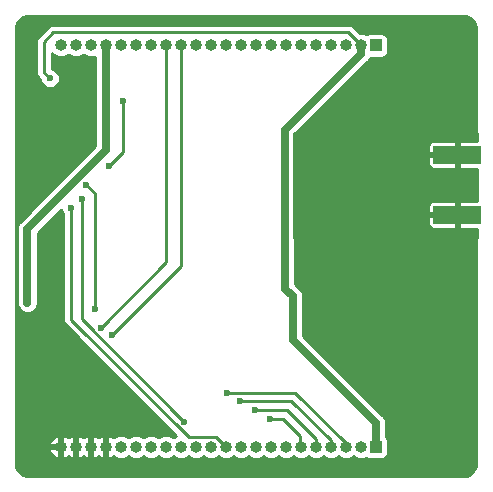
<source format=gbr>
G04 #@! TF.GenerationSoftware,KiCad,Pcbnew,5.99.0-unknown-df3fabf~86~ubuntu18.04.1*
G04 #@! TF.CreationDate,2019-10-25T19:04:55-04:00*
G04 #@! TF.ProjectId,bc95_bc35_module_board,62633935-5f62-4633-9335-5f6d6f64756c,rev?*
G04 #@! TF.SameCoordinates,Original*
G04 #@! TF.FileFunction,Copper,L2,Bot*
G04 #@! TF.FilePolarity,Positive*
%FSLAX46Y46*%
G04 Gerber Fmt 4.6, Leading zero omitted, Abs format (unit mm)*
G04 Created by KiCad (PCBNEW 5.99.0-unknown-df3fabf~86~ubuntu18.04.1) date 2019-10-25 19:04:55*
%MOMM*%
%LPD*%
G04 APERTURE LIST*
%ADD10O,1.000000X1.000000*%
%ADD11R,1.000000X1.000000*%
%ADD12R,4.064000X1.524000*%
%ADD13C,0.600000*%
%ADD14C,0.250000*%
%ADD15C,0.700000*%
%ADD16C,0.254000*%
G04 APERTURE END LIST*
D10*
X134330000Y-117000000D03*
X135600000Y-117000000D03*
X136870000Y-117000000D03*
X138140000Y-117000000D03*
X139410000Y-117000000D03*
X140680000Y-117000000D03*
X141950000Y-117000000D03*
X143220000Y-117000000D03*
X144490000Y-117000000D03*
X145760000Y-117000000D03*
X147030000Y-117000000D03*
X148300000Y-117000000D03*
X149570000Y-117000000D03*
X150840000Y-117000000D03*
X152110000Y-117000000D03*
X153380000Y-117000000D03*
X154650000Y-117000000D03*
X155920000Y-117000000D03*
X157190000Y-117000000D03*
X158460000Y-117000000D03*
X159730000Y-117000000D03*
D11*
X161000000Y-117000000D03*
D10*
X134330000Y-83000000D03*
X135600000Y-83000000D03*
X136870000Y-83000000D03*
X138140000Y-83000000D03*
X139410000Y-83000000D03*
X140680000Y-83000000D03*
X141950000Y-83000000D03*
X143220000Y-83000000D03*
X144490000Y-83000000D03*
X145760000Y-83000000D03*
X147030000Y-83000000D03*
X148300000Y-83000000D03*
X149570000Y-83000000D03*
X150840000Y-83000000D03*
X152110000Y-83000000D03*
X153380000Y-83000000D03*
X154650000Y-83000000D03*
X155920000Y-83000000D03*
X157190000Y-83000000D03*
X158460000Y-83000000D03*
X159730000Y-83000000D03*
D11*
X161000000Y-83000000D03*
D12*
X167900000Y-97340000D03*
X167900000Y-92260000D03*
D13*
X152000000Y-114600000D03*
X150775000Y-113848415D03*
X149500000Y-113100000D03*
X148400000Y-112400000D03*
X138700000Y-107500000D03*
X137700000Y-106900000D03*
X139600000Y-87700000D03*
X144800000Y-114900000D03*
X138400000Y-93200000D03*
X136100000Y-96000000D03*
X135200000Y-96800000D03*
X136500000Y-94800000D03*
X137200000Y-105300000D03*
X133400000Y-85800000D03*
X131500000Y-104800000D03*
X168500000Y-81500000D03*
X131500000Y-81500000D03*
X131500000Y-118500000D03*
X168500000Y-118500000D03*
X153950000Y-104250000D03*
X158600000Y-93500000D03*
X158400000Y-96100000D03*
X160600000Y-96100000D03*
X161800000Y-96100000D03*
X163000000Y-96100000D03*
X165300000Y-96100000D03*
X160100000Y-93500000D03*
X161600000Y-93500000D03*
X163100000Y-93500000D03*
X164600000Y-93500000D03*
X158600000Y-92600000D03*
X160100000Y-92600000D03*
X161600000Y-92600000D03*
X163100000Y-92600000D03*
X164600000Y-92600000D03*
X158400000Y-97400000D03*
X159900000Y-97400000D03*
X161400000Y-97400000D03*
X162900000Y-97400000D03*
X164400000Y-97400000D03*
X133900000Y-112400000D03*
X141600000Y-115300000D03*
X143900000Y-118600000D03*
X131200000Y-112400000D03*
X132500000Y-107800000D03*
X155900000Y-89400000D03*
X154500000Y-93600000D03*
X154800000Y-95800000D03*
X159100000Y-101700000D03*
X154300000Y-101400000D03*
X159200000Y-110300000D03*
X167400000Y-113800000D03*
X168100000Y-111700000D03*
X145800000Y-118700000D03*
X137800000Y-113700000D03*
X164200000Y-118100000D03*
X163900000Y-109700000D03*
X164000000Y-87600000D03*
X168600000Y-90400000D03*
X167100000Y-90400000D03*
X165600000Y-90400000D03*
X164600000Y-91300000D03*
X164900000Y-98600000D03*
X166300000Y-99200000D03*
X167800000Y-99200000D03*
X169100000Y-99200000D03*
X134100000Y-90200000D03*
X158900000Y-118700000D03*
X151600000Y-118700000D03*
D14*
X153475521Y-113848415D02*
X150775000Y-113848415D01*
X155920000Y-117000000D02*
X155920000Y-116292894D01*
X155920000Y-116292894D02*
X153475521Y-113848415D01*
X154200000Y-112400000D02*
X148400000Y-112400000D01*
X158400000Y-116600000D02*
X154200000Y-112400000D01*
X158460000Y-117000000D02*
X158400000Y-116940000D01*
X158400000Y-116940000D02*
X158400000Y-116600000D01*
X154600000Y-116950000D02*
X154650000Y-117000000D01*
X154600000Y-116050000D02*
X154600000Y-116950000D01*
X152000000Y-114600000D02*
X153150000Y-114600000D01*
X153150000Y-114600000D02*
X154600000Y-116050000D01*
X153850000Y-113100000D02*
X149500000Y-113100000D01*
X157190000Y-117000000D02*
X157190000Y-116440000D01*
X157190000Y-116440000D02*
X153850000Y-113100000D01*
D15*
X153300000Y-90137106D02*
X153300000Y-103600000D01*
X159730000Y-83000000D02*
X159730000Y-83707106D01*
X159730000Y-83707106D02*
X153300000Y-90137106D01*
D14*
X144490000Y-83000000D02*
X144490000Y-101710000D01*
X144490000Y-101710000D02*
X138700000Y-107500000D01*
X143220000Y-83000000D02*
X143220000Y-101380000D01*
X143220000Y-101380000D02*
X137700000Y-106900000D01*
X139600000Y-92000000D02*
X138400000Y-93200000D01*
X139600000Y-87700000D02*
X139600000Y-92000000D01*
X144800000Y-114900000D02*
X136100000Y-106200000D01*
X136100000Y-106200000D02*
X136100000Y-96000000D01*
X147800001Y-116500001D02*
X148300000Y-117000000D01*
X147474999Y-116174999D02*
X147800001Y-116500001D01*
X145149997Y-116174999D02*
X147474999Y-116174999D01*
X135200000Y-106225002D02*
X145149997Y-116174999D01*
X135200000Y-96800000D02*
X135200000Y-106225002D01*
X136500000Y-94800000D02*
X137200000Y-95500000D01*
X137200000Y-95500000D02*
X137200000Y-105300000D01*
X159230001Y-82500001D02*
X159730000Y-83000000D01*
X132900000Y-82700000D02*
X133700000Y-81900000D01*
X158630000Y-81900000D02*
X159230001Y-82500001D01*
X133700000Y-81900000D02*
X158630000Y-81900000D01*
X133400000Y-85800000D02*
X132900000Y-85300000D01*
X132900000Y-85300000D02*
X132900000Y-82700000D01*
D15*
X138140000Y-91901998D02*
X131500000Y-98541998D01*
X138140000Y-83000000D02*
X138140000Y-91901998D01*
X131500000Y-98541998D02*
X131500000Y-104800000D01*
X153300000Y-103600000D02*
X153950000Y-104250000D01*
X161000000Y-115000000D02*
X161000000Y-117000000D01*
X153950000Y-104250000D02*
X153950000Y-107950000D01*
X153950000Y-107950000D02*
X161000000Y-115000000D01*
G36*
X168446608Y-80528388D02*
G01*
X168657969Y-80545765D01*
X168811703Y-80584380D01*
X168957064Y-80647585D01*
X168991989Y-80670179D01*
X169329111Y-81007301D01*
X169382222Y-81103511D01*
X169435134Y-81252930D01*
X169464565Y-81418151D01*
X169470071Y-81534917D01*
X169474001Y-81553894D01*
X169474001Y-90426000D01*
X169574001Y-90426000D01*
X169574001Y-91066123D01*
X168028000Y-91066123D01*
X168028000Y-93453877D01*
X169574001Y-93453877D01*
X169574001Y-96146123D01*
X168028000Y-96146123D01*
X168028000Y-98533877D01*
X169574001Y-98533877D01*
X169574001Y-99274000D01*
X169474001Y-99274000D01*
X169474000Y-118436812D01*
X169471612Y-118446607D01*
X169454235Y-118657969D01*
X169415619Y-118811708D01*
X169352417Y-118957061D01*
X169329821Y-118991989D01*
X168992700Y-119329110D01*
X168896490Y-119382221D01*
X168747068Y-119435134D01*
X168581847Y-119464565D01*
X168465083Y-119470071D01*
X168446110Y-119474000D01*
X131563188Y-119474000D01*
X131553393Y-119471612D01*
X131342031Y-119454235D01*
X131188292Y-119415619D01*
X131042939Y-119352417D01*
X131008011Y-119329821D01*
X130670890Y-118992700D01*
X130617779Y-118896490D01*
X130564866Y-118747068D01*
X130535435Y-118581847D01*
X130529929Y-118465083D01*
X130526000Y-118446110D01*
X130526000Y-117128000D01*
X133308283Y-117128000D01*
X133348842Y-117318799D01*
X133436564Y-117515825D01*
X133563334Y-117690309D01*
X133723611Y-117834624D01*
X133910390Y-117942460D01*
X134202000Y-118037211D01*
X134202000Y-117128000D01*
X133308283Y-117128000D01*
X130526000Y-117128000D01*
X130526000Y-116872000D01*
X133308283Y-116872000D01*
X134202000Y-116872000D01*
X134202000Y-115962789D01*
X134458000Y-115962789D01*
X134458000Y-118037211D01*
X134749610Y-117942460D01*
X134936389Y-117834624D01*
X134965000Y-117808862D01*
X134993611Y-117834624D01*
X135180390Y-117942460D01*
X135472000Y-118037211D01*
X135472000Y-115962789D01*
X135728000Y-115962789D01*
X135728000Y-118037211D01*
X136019610Y-117942460D01*
X136206389Y-117834624D01*
X136235000Y-117808862D01*
X136263611Y-117834624D01*
X136450390Y-117942460D01*
X136742000Y-118037211D01*
X136742000Y-115962789D01*
X136998000Y-115962789D01*
X136998000Y-118037211D01*
X137289610Y-117942460D01*
X137476389Y-117834624D01*
X137505000Y-117808862D01*
X137533611Y-117834624D01*
X137720390Y-117942460D01*
X138012000Y-118037211D01*
X138012000Y-115962789D01*
X137720390Y-116057540D01*
X137533611Y-116165376D01*
X137505000Y-116191138D01*
X137476389Y-116165376D01*
X137289610Y-116057540D01*
X136998000Y-115962789D01*
X136742000Y-115962789D01*
X136450390Y-116057540D01*
X136263611Y-116165376D01*
X136235000Y-116191138D01*
X136206389Y-116165376D01*
X136019610Y-116057540D01*
X135728000Y-115962789D01*
X135472000Y-115962789D01*
X135180390Y-116057540D01*
X134993611Y-116165376D01*
X134965000Y-116191138D01*
X134936389Y-116165376D01*
X134749610Y-116057540D01*
X134458000Y-115962789D01*
X134202000Y-115962789D01*
X133910390Y-116057540D01*
X133723611Y-116165376D01*
X133563334Y-116309691D01*
X133436564Y-116484174D01*
X133348842Y-116681201D01*
X133308283Y-116872000D01*
X130526000Y-116872000D01*
X130526000Y-98602191D01*
X130617052Y-98602191D01*
X130624000Y-98634740D01*
X130624001Y-104862828D01*
X130650576Y-105048390D01*
X130754433Y-105276811D01*
X130918226Y-105466902D01*
X131128787Y-105603381D01*
X131369190Y-105675276D01*
X131620108Y-105676810D01*
X131861372Y-105607856D01*
X132073584Y-105473960D01*
X132239687Y-105285884D01*
X132346495Y-105058393D01*
X132376000Y-104860966D01*
X132376000Y-98904847D01*
X134380003Y-96900844D01*
X134399492Y-97038642D01*
X134505051Y-97263474D01*
X134549000Y-97311859D01*
X134549001Y-106155548D01*
X134540742Y-106193913D01*
X134549001Y-106263702D01*
X134549001Y-106279027D01*
X134555276Y-106316728D01*
X134566876Y-106414730D01*
X134573434Y-106425820D01*
X134575593Y-106438787D01*
X134678505Y-106629516D01*
X134749374Y-106695027D01*
X144101710Y-116047364D01*
X144070390Y-116057540D01*
X143883611Y-116165376D01*
X143855000Y-116191138D01*
X143826389Y-116165376D01*
X143639610Y-116057540D01*
X143434492Y-115990893D01*
X143273767Y-115974000D01*
X143166233Y-115974000D01*
X143005508Y-115990893D01*
X142800390Y-116057540D01*
X142613611Y-116165376D01*
X142585000Y-116191138D01*
X142556389Y-116165376D01*
X142369610Y-116057540D01*
X142164492Y-115990893D01*
X142003767Y-115974000D01*
X141896233Y-115974000D01*
X141735508Y-115990893D01*
X141530390Y-116057540D01*
X141343611Y-116165376D01*
X141315000Y-116191138D01*
X141286389Y-116165376D01*
X141099610Y-116057540D01*
X140894492Y-115990893D01*
X140733767Y-115974000D01*
X140626233Y-115974000D01*
X140465508Y-115990893D01*
X140260390Y-116057540D01*
X140073611Y-116165376D01*
X140045000Y-116191138D01*
X140016389Y-116165376D01*
X139829610Y-116057540D01*
X139624492Y-115990893D01*
X139463767Y-115974000D01*
X139356233Y-115974000D01*
X139195508Y-115990893D01*
X138990390Y-116057540D01*
X138803611Y-116165376D01*
X138775000Y-116191138D01*
X138746389Y-116165376D01*
X138559610Y-116057540D01*
X138268000Y-115962789D01*
X138268000Y-118037211D01*
X138559610Y-117942460D01*
X138746389Y-117834624D01*
X138775000Y-117808862D01*
X138803611Y-117834624D01*
X138990390Y-117942460D01*
X139195508Y-118009107D01*
X139356233Y-118026000D01*
X139463767Y-118026000D01*
X139624492Y-118009107D01*
X139829610Y-117942460D01*
X140016389Y-117834624D01*
X140045000Y-117808862D01*
X140073611Y-117834624D01*
X140260390Y-117942460D01*
X140465508Y-118009107D01*
X140626233Y-118026000D01*
X140733767Y-118026000D01*
X140894492Y-118009107D01*
X141099610Y-117942460D01*
X141286389Y-117834624D01*
X141315000Y-117808862D01*
X141343611Y-117834624D01*
X141530390Y-117942460D01*
X141735508Y-118009107D01*
X141896233Y-118026000D01*
X142003767Y-118026000D01*
X142164492Y-118009107D01*
X142369610Y-117942460D01*
X142556389Y-117834624D01*
X142585000Y-117808862D01*
X142613611Y-117834624D01*
X142800390Y-117942460D01*
X143005508Y-118009107D01*
X143166233Y-118026000D01*
X143273767Y-118026000D01*
X143434492Y-118009107D01*
X143639610Y-117942460D01*
X143826389Y-117834624D01*
X143855000Y-117808862D01*
X143883611Y-117834624D01*
X144070390Y-117942460D01*
X144275508Y-118009107D01*
X144436233Y-118026000D01*
X144543767Y-118026000D01*
X144704492Y-118009107D01*
X144909610Y-117942460D01*
X145096389Y-117834624D01*
X145125000Y-117808862D01*
X145153611Y-117834624D01*
X145340390Y-117942460D01*
X145545508Y-118009107D01*
X145706233Y-118026000D01*
X145813767Y-118026000D01*
X145974492Y-118009107D01*
X146179610Y-117942460D01*
X146366389Y-117834624D01*
X146395000Y-117808862D01*
X146423611Y-117834624D01*
X146610390Y-117942460D01*
X146815508Y-118009107D01*
X146976233Y-118026000D01*
X147083767Y-118026000D01*
X147244492Y-118009107D01*
X147449610Y-117942460D01*
X147636389Y-117834624D01*
X147665000Y-117808862D01*
X147693611Y-117834624D01*
X147880390Y-117942460D01*
X148085508Y-118009107D01*
X148246233Y-118026000D01*
X148353767Y-118026000D01*
X148514492Y-118009107D01*
X148719610Y-117942460D01*
X148906389Y-117834624D01*
X148935000Y-117808862D01*
X148963611Y-117834624D01*
X149150390Y-117942460D01*
X149355508Y-118009107D01*
X149516233Y-118026000D01*
X149623767Y-118026000D01*
X149784492Y-118009107D01*
X149989610Y-117942460D01*
X150176389Y-117834624D01*
X150205000Y-117808862D01*
X150233611Y-117834624D01*
X150420390Y-117942460D01*
X150625508Y-118009107D01*
X150786233Y-118026000D01*
X150893767Y-118026000D01*
X151054492Y-118009107D01*
X151259610Y-117942460D01*
X151446389Y-117834624D01*
X151475000Y-117808862D01*
X151503611Y-117834624D01*
X151690390Y-117942460D01*
X151895508Y-118009107D01*
X152056233Y-118026000D01*
X152163767Y-118026000D01*
X152324492Y-118009107D01*
X152529610Y-117942460D01*
X152716389Y-117834624D01*
X152745000Y-117808862D01*
X152773611Y-117834624D01*
X152960390Y-117942460D01*
X153165508Y-118009107D01*
X153326233Y-118026000D01*
X153433767Y-118026000D01*
X153594492Y-118009107D01*
X153799610Y-117942460D01*
X153986389Y-117834624D01*
X154015000Y-117808862D01*
X154043611Y-117834624D01*
X154230390Y-117942460D01*
X154435508Y-118009107D01*
X154596233Y-118026000D01*
X154703767Y-118026000D01*
X154864492Y-118009107D01*
X155069610Y-117942460D01*
X155256389Y-117834624D01*
X155285000Y-117808862D01*
X155313611Y-117834624D01*
X155500390Y-117942460D01*
X155705508Y-118009107D01*
X155866233Y-118026000D01*
X155973767Y-118026000D01*
X156134492Y-118009107D01*
X156339610Y-117942460D01*
X156526389Y-117834624D01*
X156555000Y-117808862D01*
X156583611Y-117834624D01*
X156770390Y-117942460D01*
X156975508Y-118009107D01*
X157136233Y-118026000D01*
X157243767Y-118026000D01*
X157404492Y-118009107D01*
X157609610Y-117942460D01*
X157796389Y-117834624D01*
X157825000Y-117808862D01*
X157853611Y-117834624D01*
X158040390Y-117942460D01*
X158245508Y-118009107D01*
X158406233Y-118026000D01*
X158513767Y-118026000D01*
X158674492Y-118009107D01*
X158879610Y-117942460D01*
X159066389Y-117834624D01*
X159095000Y-117808862D01*
X159123611Y-117834624D01*
X159310390Y-117942460D01*
X159515508Y-118009107D01*
X159676233Y-118026000D01*
X159783767Y-118026000D01*
X159944492Y-118009107D01*
X160149610Y-117942460D01*
X160184911Y-117922079D01*
X160294765Y-117995480D01*
X160487590Y-118033836D01*
X161512410Y-118033836D01*
X161705235Y-117995480D01*
X161879225Y-117879225D01*
X161995480Y-117705235D01*
X162033836Y-117512410D01*
X162033836Y-116487590D01*
X161995480Y-116294765D01*
X161879225Y-116120775D01*
X161876000Y-116118620D01*
X161876000Y-115098140D01*
X161882147Y-115070976D01*
X161876000Y-114971906D01*
X161876000Y-114937174D01*
X161872199Y-114910624D01*
X161866609Y-114820533D01*
X161854487Y-114786954D01*
X161849425Y-114751610D01*
X161812061Y-114669431D01*
X161781273Y-114584150D01*
X161760554Y-114556150D01*
X161745568Y-114523189D01*
X161678987Y-114445918D01*
X161662535Y-114423684D01*
X161642975Y-114404125D01*
X161581774Y-114333098D01*
X161553847Y-114314997D01*
X154826000Y-107587151D01*
X154826000Y-104348140D01*
X154832147Y-104320976D01*
X154826000Y-104221906D01*
X154826000Y-104187174D01*
X154822199Y-104160624D01*
X154816609Y-104070533D01*
X154804487Y-104036954D01*
X154799425Y-104001610D01*
X154762062Y-103919433D01*
X154731273Y-103834149D01*
X154710554Y-103806147D01*
X154695567Y-103773188D01*
X154628998Y-103695932D01*
X154612535Y-103673683D01*
X154592969Y-103654118D01*
X154531775Y-103583099D01*
X154503851Y-103564999D01*
X154176000Y-103237149D01*
X154176000Y-99274000D01*
X154076000Y-99274000D01*
X154076000Y-97468000D01*
X165436123Y-97468000D01*
X165436123Y-98114410D01*
X165466718Y-98268217D01*
X165560871Y-98409129D01*
X165701783Y-98503282D01*
X165855590Y-98533877D01*
X167772000Y-98533877D01*
X167772000Y-97468000D01*
X165436123Y-97468000D01*
X154076000Y-97468000D01*
X154076000Y-96565590D01*
X165436123Y-96565590D01*
X165436123Y-97212000D01*
X167772000Y-97212000D01*
X167772000Y-96146123D01*
X165855590Y-96146123D01*
X165701783Y-96176718D01*
X165560871Y-96270871D01*
X165466718Y-96411783D01*
X165436123Y-96565590D01*
X154076000Y-96565590D01*
X154076000Y-92388000D01*
X165436123Y-92388000D01*
X165436123Y-93034410D01*
X165466718Y-93188217D01*
X165560871Y-93329129D01*
X165701783Y-93423282D01*
X165855590Y-93453877D01*
X167772000Y-93453877D01*
X167772000Y-92388000D01*
X165436123Y-92388000D01*
X154076000Y-92388000D01*
X154076000Y-91485590D01*
X165436123Y-91485590D01*
X165436123Y-92132000D01*
X167772000Y-92132000D01*
X167772000Y-91066123D01*
X165855590Y-91066123D01*
X165701783Y-91096718D01*
X165560871Y-91190871D01*
X165466718Y-91331783D01*
X165436123Y-91485590D01*
X154076000Y-91485590D01*
X154076000Y-90458534D01*
X154108534Y-90426000D01*
X154249955Y-90426000D01*
X160280026Y-84395930D01*
X160303585Y-84381066D01*
X160369306Y-84306650D01*
X160393851Y-84282106D01*
X160409929Y-84260653D01*
X160469687Y-84192990D01*
X160484860Y-84160673D01*
X160506272Y-84132103D01*
X160537956Y-84047583D01*
X160544411Y-84033836D01*
X161512410Y-84033836D01*
X161705235Y-83995480D01*
X161879225Y-83879225D01*
X161995480Y-83705235D01*
X162033836Y-83512410D01*
X162033836Y-82487590D01*
X161995480Y-82294765D01*
X161879225Y-82120775D01*
X161705235Y-82004520D01*
X161512410Y-81966164D01*
X160487590Y-81966164D01*
X160294765Y-82004520D01*
X160184911Y-82077921D01*
X160149610Y-82057540D01*
X159944492Y-81990893D01*
X159783767Y-81974000D01*
X159676233Y-81974000D01*
X159629558Y-81978905D01*
X159139441Y-81488789D01*
X159118151Y-81455817D01*
X159062956Y-81412304D01*
X159052124Y-81401472D01*
X159021020Y-81379244D01*
X158943529Y-81318156D01*
X158931049Y-81314951D01*
X158920355Y-81307309D01*
X158712718Y-81245213D01*
X158616326Y-81249000D01*
X133769455Y-81249000D01*
X133731089Y-81240740D01*
X133661300Y-81249000D01*
X133645974Y-81249000D01*
X133608257Y-81255278D01*
X133510269Y-81266876D01*
X133499181Y-81273434D01*
X133486216Y-81275592D01*
X133295486Y-81378504D01*
X133229986Y-81449361D01*
X132488785Y-82190563D01*
X132455818Y-82211849D01*
X132412309Y-82267039D01*
X132401472Y-82277876D01*
X132379234Y-82308995D01*
X132318155Y-82386474D01*
X132314951Y-82398951D01*
X132307310Y-82409644D01*
X132245213Y-82617282D01*
X132249001Y-82713699D01*
X132249000Y-85230549D01*
X132240741Y-85268911D01*
X132249000Y-85338693D01*
X132249000Y-85354024D01*
X132255278Y-85391743D01*
X132266876Y-85489730D01*
X132273434Y-85500818D01*
X132275592Y-85513783D01*
X132378504Y-85704514D01*
X132449373Y-85770025D01*
X132579972Y-85900625D01*
X132599492Y-86038643D01*
X132705051Y-86263474D01*
X132872052Y-86447328D01*
X133085732Y-86573950D01*
X133327197Y-86632143D01*
X133575099Y-86616764D01*
X133807520Y-86529171D01*
X134003911Y-86377109D01*
X134146907Y-86174022D01*
X134224022Y-85937386D01*
X134226295Y-85677016D01*
X134153321Y-85439069D01*
X134013890Y-85233519D01*
X133820184Y-85078053D01*
X133589327Y-84986417D01*
X133551000Y-84983367D01*
X133551000Y-83673333D01*
X133563334Y-83690309D01*
X133723611Y-83834624D01*
X133910390Y-83942460D01*
X134115508Y-84009107D01*
X134276233Y-84026000D01*
X134383767Y-84026000D01*
X134544492Y-84009107D01*
X134749610Y-83942460D01*
X134936389Y-83834624D01*
X134965000Y-83808862D01*
X134993611Y-83834624D01*
X135180390Y-83942460D01*
X135385508Y-84009107D01*
X135546233Y-84026000D01*
X135653767Y-84026000D01*
X135814492Y-84009107D01*
X136019610Y-83942460D01*
X136206389Y-83834624D01*
X136235000Y-83808862D01*
X136263611Y-83834624D01*
X136450390Y-83942460D01*
X136655508Y-84009107D01*
X136816233Y-84026000D01*
X136923767Y-84026000D01*
X137084492Y-84009107D01*
X137264000Y-83950781D01*
X137264001Y-91539147D01*
X130949976Y-97853173D01*
X130926416Y-97868038D01*
X130860689Y-97942459D01*
X130836149Y-97966999D01*
X130820075Y-97988447D01*
X130760313Y-98056116D01*
X130745140Y-98088432D01*
X130723728Y-98117002D01*
X130692045Y-98201520D01*
X130653505Y-98283606D01*
X130648357Y-98318057D01*
X130635648Y-98351958D01*
X130628090Y-98453667D01*
X130624000Y-98481033D01*
X130624000Y-98508691D01*
X130617052Y-98602191D01*
X130526000Y-98602191D01*
X130526000Y-81563187D01*
X130528388Y-81553392D01*
X130545765Y-81342031D01*
X130584380Y-81188297D01*
X130647585Y-81042936D01*
X130670179Y-81008011D01*
X131007301Y-80670889D01*
X131103511Y-80617778D01*
X131252930Y-80564866D01*
X131418151Y-80535435D01*
X131534917Y-80529929D01*
X131553890Y-80526000D01*
X168436813Y-80526000D01*
X168446608Y-80528388D01*
G37*
D16*
X168446608Y-80528388D02*
X168657969Y-80545765D01*
X168811703Y-80584380D01*
X168957064Y-80647585D01*
X168991989Y-80670179D01*
X169329111Y-81007301D01*
X169382222Y-81103511D01*
X169435134Y-81252930D01*
X169464565Y-81418151D01*
X169470071Y-81534917D01*
X169474001Y-81553894D01*
X169474001Y-90426000D01*
X169574001Y-90426000D01*
X169574001Y-91066123D01*
X168028000Y-91066123D01*
X168028000Y-93453877D01*
X169574001Y-93453877D01*
X169574001Y-96146123D01*
X168028000Y-96146123D01*
X168028000Y-98533877D01*
X169574001Y-98533877D01*
X169574001Y-99274000D01*
X169474001Y-99274000D01*
X169474000Y-118436812D01*
X169471612Y-118446607D01*
X169454235Y-118657969D01*
X169415619Y-118811708D01*
X169352417Y-118957061D01*
X169329821Y-118991989D01*
X168992700Y-119329110D01*
X168896490Y-119382221D01*
X168747068Y-119435134D01*
X168581847Y-119464565D01*
X168465083Y-119470071D01*
X168446110Y-119474000D01*
X131563188Y-119474000D01*
X131553393Y-119471612D01*
X131342031Y-119454235D01*
X131188292Y-119415619D01*
X131042939Y-119352417D01*
X131008011Y-119329821D01*
X130670890Y-118992700D01*
X130617779Y-118896490D01*
X130564866Y-118747068D01*
X130535435Y-118581847D01*
X130529929Y-118465083D01*
X130526000Y-118446110D01*
X130526000Y-117128000D01*
X133308283Y-117128000D01*
X133348842Y-117318799D01*
X133436564Y-117515825D01*
X133563334Y-117690309D01*
X133723611Y-117834624D01*
X133910390Y-117942460D01*
X134202000Y-118037211D01*
X134202000Y-117128000D01*
X133308283Y-117128000D01*
X130526000Y-117128000D01*
X130526000Y-116872000D01*
X133308283Y-116872000D01*
X134202000Y-116872000D01*
X134202000Y-115962789D01*
X134458000Y-115962789D01*
X134458000Y-118037211D01*
X134749610Y-117942460D01*
X134936389Y-117834624D01*
X134965000Y-117808862D01*
X134993611Y-117834624D01*
X135180390Y-117942460D01*
X135472000Y-118037211D01*
X135472000Y-115962789D01*
X135728000Y-115962789D01*
X135728000Y-118037211D01*
X136019610Y-117942460D01*
X136206389Y-117834624D01*
X136235000Y-117808862D01*
X136263611Y-117834624D01*
X136450390Y-117942460D01*
X136742000Y-118037211D01*
X136742000Y-115962789D01*
X136998000Y-115962789D01*
X136998000Y-118037211D01*
X137289610Y-117942460D01*
X137476389Y-117834624D01*
X137505000Y-117808862D01*
X137533611Y-117834624D01*
X137720390Y-117942460D01*
X138012000Y-118037211D01*
X138012000Y-115962789D01*
X137720390Y-116057540D01*
X137533611Y-116165376D01*
X137505000Y-116191138D01*
X137476389Y-116165376D01*
X137289610Y-116057540D01*
X136998000Y-115962789D01*
X136742000Y-115962789D01*
X136450390Y-116057540D01*
X136263611Y-116165376D01*
X136235000Y-116191138D01*
X136206389Y-116165376D01*
X136019610Y-116057540D01*
X135728000Y-115962789D01*
X135472000Y-115962789D01*
X135180390Y-116057540D01*
X134993611Y-116165376D01*
X134965000Y-116191138D01*
X134936389Y-116165376D01*
X134749610Y-116057540D01*
X134458000Y-115962789D01*
X134202000Y-115962789D01*
X133910390Y-116057540D01*
X133723611Y-116165376D01*
X133563334Y-116309691D01*
X133436564Y-116484174D01*
X133348842Y-116681201D01*
X133308283Y-116872000D01*
X130526000Y-116872000D01*
X130526000Y-98602191D01*
X130617052Y-98602191D01*
X130624000Y-98634740D01*
X130624001Y-104862828D01*
X130650576Y-105048390D01*
X130754433Y-105276811D01*
X130918226Y-105466902D01*
X131128787Y-105603381D01*
X131369190Y-105675276D01*
X131620108Y-105676810D01*
X131861372Y-105607856D01*
X132073584Y-105473960D01*
X132239687Y-105285884D01*
X132346495Y-105058393D01*
X132376000Y-104860966D01*
X132376000Y-98904847D01*
X134380003Y-96900844D01*
X134399492Y-97038642D01*
X134505051Y-97263474D01*
X134549000Y-97311859D01*
X134549001Y-106155548D01*
X134540742Y-106193913D01*
X134549001Y-106263702D01*
X134549001Y-106279027D01*
X134555276Y-106316728D01*
X134566876Y-106414730D01*
X134573434Y-106425820D01*
X134575593Y-106438787D01*
X134678505Y-106629516D01*
X134749374Y-106695027D01*
X144101710Y-116047364D01*
X144070390Y-116057540D01*
X143883611Y-116165376D01*
X143855000Y-116191138D01*
X143826389Y-116165376D01*
X143639610Y-116057540D01*
X143434492Y-115990893D01*
X143273767Y-115974000D01*
X143166233Y-115974000D01*
X143005508Y-115990893D01*
X142800390Y-116057540D01*
X142613611Y-116165376D01*
X142585000Y-116191138D01*
X142556389Y-116165376D01*
X142369610Y-116057540D01*
X142164492Y-115990893D01*
X142003767Y-115974000D01*
X141896233Y-115974000D01*
X141735508Y-115990893D01*
X141530390Y-116057540D01*
X141343611Y-116165376D01*
X141315000Y-116191138D01*
X141286389Y-116165376D01*
X141099610Y-116057540D01*
X140894492Y-115990893D01*
X140733767Y-115974000D01*
X140626233Y-115974000D01*
X140465508Y-115990893D01*
X140260390Y-116057540D01*
X140073611Y-116165376D01*
X140045000Y-116191138D01*
X140016389Y-116165376D01*
X139829610Y-116057540D01*
X139624492Y-115990893D01*
X139463767Y-115974000D01*
X139356233Y-115974000D01*
X139195508Y-115990893D01*
X138990390Y-116057540D01*
X138803611Y-116165376D01*
X138775000Y-116191138D01*
X138746389Y-116165376D01*
X138559610Y-116057540D01*
X138268000Y-115962789D01*
X138268000Y-118037211D01*
X138559610Y-117942460D01*
X138746389Y-117834624D01*
X138775000Y-117808862D01*
X138803611Y-117834624D01*
X138990390Y-117942460D01*
X139195508Y-118009107D01*
X139356233Y-118026000D01*
X139463767Y-118026000D01*
X139624492Y-118009107D01*
X139829610Y-117942460D01*
X140016389Y-117834624D01*
X140045000Y-117808862D01*
X140073611Y-117834624D01*
X140260390Y-117942460D01*
X140465508Y-118009107D01*
X140626233Y-118026000D01*
X140733767Y-118026000D01*
X140894492Y-118009107D01*
X141099610Y-117942460D01*
X141286389Y-117834624D01*
X141315000Y-117808862D01*
X141343611Y-117834624D01*
X141530390Y-117942460D01*
X141735508Y-118009107D01*
X141896233Y-118026000D01*
X142003767Y-118026000D01*
X142164492Y-118009107D01*
X142369610Y-117942460D01*
X142556389Y-117834624D01*
X142585000Y-117808862D01*
X142613611Y-117834624D01*
X142800390Y-117942460D01*
X143005508Y-118009107D01*
X143166233Y-118026000D01*
X143273767Y-118026000D01*
X143434492Y-118009107D01*
X143639610Y-117942460D01*
X143826389Y-117834624D01*
X143855000Y-117808862D01*
X143883611Y-117834624D01*
X144070390Y-117942460D01*
X144275508Y-118009107D01*
X144436233Y-118026000D01*
X144543767Y-118026000D01*
X144704492Y-118009107D01*
X144909610Y-117942460D01*
X145096389Y-117834624D01*
X145125000Y-117808862D01*
X145153611Y-117834624D01*
X145340390Y-117942460D01*
X145545508Y-118009107D01*
X145706233Y-118026000D01*
X145813767Y-118026000D01*
X145974492Y-118009107D01*
X146179610Y-117942460D01*
X146366389Y-117834624D01*
X146395000Y-117808862D01*
X146423611Y-117834624D01*
X146610390Y-117942460D01*
X146815508Y-118009107D01*
X146976233Y-118026000D01*
X147083767Y-118026000D01*
X147244492Y-118009107D01*
X147449610Y-117942460D01*
X147636389Y-117834624D01*
X147665000Y-117808862D01*
X147693611Y-117834624D01*
X147880390Y-117942460D01*
X148085508Y-118009107D01*
X148246233Y-118026000D01*
X148353767Y-118026000D01*
X148514492Y-118009107D01*
X148719610Y-117942460D01*
X148906389Y-117834624D01*
X148935000Y-117808862D01*
X148963611Y-117834624D01*
X149150390Y-117942460D01*
X149355508Y-118009107D01*
X149516233Y-118026000D01*
X149623767Y-118026000D01*
X149784492Y-118009107D01*
X149989610Y-117942460D01*
X150176389Y-117834624D01*
X150205000Y-117808862D01*
X150233611Y-117834624D01*
X150420390Y-117942460D01*
X150625508Y-118009107D01*
X150786233Y-118026000D01*
X150893767Y-118026000D01*
X151054492Y-118009107D01*
X151259610Y-117942460D01*
X151446389Y-117834624D01*
X151475000Y-117808862D01*
X151503611Y-117834624D01*
X151690390Y-117942460D01*
X151895508Y-118009107D01*
X152056233Y-118026000D01*
X152163767Y-118026000D01*
X152324492Y-118009107D01*
X152529610Y-117942460D01*
X152716389Y-117834624D01*
X152745000Y-117808862D01*
X152773611Y-117834624D01*
X152960390Y-117942460D01*
X153165508Y-118009107D01*
X153326233Y-118026000D01*
X153433767Y-118026000D01*
X153594492Y-118009107D01*
X153799610Y-117942460D01*
X153986389Y-117834624D01*
X154015000Y-117808862D01*
X154043611Y-117834624D01*
X154230390Y-117942460D01*
X154435508Y-118009107D01*
X154596233Y-118026000D01*
X154703767Y-118026000D01*
X154864492Y-118009107D01*
X155069610Y-117942460D01*
X155256389Y-117834624D01*
X155285000Y-117808862D01*
X155313611Y-117834624D01*
X155500390Y-117942460D01*
X155705508Y-118009107D01*
X155866233Y-118026000D01*
X155973767Y-118026000D01*
X156134492Y-118009107D01*
X156339610Y-117942460D01*
X156526389Y-117834624D01*
X156555000Y-117808862D01*
X156583611Y-117834624D01*
X156770390Y-117942460D01*
X156975508Y-118009107D01*
X157136233Y-118026000D01*
X157243767Y-118026000D01*
X157404492Y-118009107D01*
X157609610Y-117942460D01*
X157796389Y-117834624D01*
X157825000Y-117808862D01*
X157853611Y-117834624D01*
X158040390Y-117942460D01*
X158245508Y-118009107D01*
X158406233Y-118026000D01*
X158513767Y-118026000D01*
X158674492Y-118009107D01*
X158879610Y-117942460D01*
X159066389Y-117834624D01*
X159095000Y-117808862D01*
X159123611Y-117834624D01*
X159310390Y-117942460D01*
X159515508Y-118009107D01*
X159676233Y-118026000D01*
X159783767Y-118026000D01*
X159944492Y-118009107D01*
X160149610Y-117942460D01*
X160184911Y-117922079D01*
X160294765Y-117995480D01*
X160487590Y-118033836D01*
X161512410Y-118033836D01*
X161705235Y-117995480D01*
X161879225Y-117879225D01*
X161995480Y-117705235D01*
X162033836Y-117512410D01*
X162033836Y-116487590D01*
X161995480Y-116294765D01*
X161879225Y-116120775D01*
X161876000Y-116118620D01*
X161876000Y-115098140D01*
X161882147Y-115070976D01*
X161876000Y-114971906D01*
X161876000Y-114937174D01*
X161872199Y-114910624D01*
X161866609Y-114820533D01*
X161854487Y-114786954D01*
X161849425Y-114751610D01*
X161812061Y-114669431D01*
X161781273Y-114584150D01*
X161760554Y-114556150D01*
X161745568Y-114523189D01*
X161678987Y-114445918D01*
X161662535Y-114423684D01*
X161642975Y-114404125D01*
X161581774Y-114333098D01*
X161553847Y-114314997D01*
X154826000Y-107587151D01*
X154826000Y-104348140D01*
X154832147Y-104320976D01*
X154826000Y-104221906D01*
X154826000Y-104187174D01*
X154822199Y-104160624D01*
X154816609Y-104070533D01*
X154804487Y-104036954D01*
X154799425Y-104001610D01*
X154762062Y-103919433D01*
X154731273Y-103834149D01*
X154710554Y-103806147D01*
X154695567Y-103773188D01*
X154628998Y-103695932D01*
X154612535Y-103673683D01*
X154592969Y-103654118D01*
X154531775Y-103583099D01*
X154503851Y-103564999D01*
X154176000Y-103237149D01*
X154176000Y-99274000D01*
X154076000Y-99274000D01*
X154076000Y-97468000D01*
X165436123Y-97468000D01*
X165436123Y-98114410D01*
X165466718Y-98268217D01*
X165560871Y-98409129D01*
X165701783Y-98503282D01*
X165855590Y-98533877D01*
X167772000Y-98533877D01*
X167772000Y-97468000D01*
X165436123Y-97468000D01*
X154076000Y-97468000D01*
X154076000Y-96565590D01*
X165436123Y-96565590D01*
X165436123Y-97212000D01*
X167772000Y-97212000D01*
X167772000Y-96146123D01*
X165855590Y-96146123D01*
X165701783Y-96176718D01*
X165560871Y-96270871D01*
X165466718Y-96411783D01*
X165436123Y-96565590D01*
X154076000Y-96565590D01*
X154076000Y-92388000D01*
X165436123Y-92388000D01*
X165436123Y-93034410D01*
X165466718Y-93188217D01*
X165560871Y-93329129D01*
X165701783Y-93423282D01*
X165855590Y-93453877D01*
X167772000Y-93453877D01*
X167772000Y-92388000D01*
X165436123Y-92388000D01*
X154076000Y-92388000D01*
X154076000Y-91485590D01*
X165436123Y-91485590D01*
X165436123Y-92132000D01*
X167772000Y-92132000D01*
X167772000Y-91066123D01*
X165855590Y-91066123D01*
X165701783Y-91096718D01*
X165560871Y-91190871D01*
X165466718Y-91331783D01*
X165436123Y-91485590D01*
X154076000Y-91485590D01*
X154076000Y-90458534D01*
X154108534Y-90426000D01*
X154249955Y-90426000D01*
X160280026Y-84395930D01*
X160303585Y-84381066D01*
X160369306Y-84306650D01*
X160393851Y-84282106D01*
X160409929Y-84260653D01*
X160469687Y-84192990D01*
X160484860Y-84160673D01*
X160506272Y-84132103D01*
X160537956Y-84047583D01*
X160544411Y-84033836D01*
X161512410Y-84033836D01*
X161705235Y-83995480D01*
X161879225Y-83879225D01*
X161995480Y-83705235D01*
X162033836Y-83512410D01*
X162033836Y-82487590D01*
X161995480Y-82294765D01*
X161879225Y-82120775D01*
X161705235Y-82004520D01*
X161512410Y-81966164D01*
X160487590Y-81966164D01*
X160294765Y-82004520D01*
X160184911Y-82077921D01*
X160149610Y-82057540D01*
X159944492Y-81990893D01*
X159783767Y-81974000D01*
X159676233Y-81974000D01*
X159629558Y-81978905D01*
X159139441Y-81488789D01*
X159118151Y-81455817D01*
X159062956Y-81412304D01*
X159052124Y-81401472D01*
X159021020Y-81379244D01*
X158943529Y-81318156D01*
X158931049Y-81314951D01*
X158920355Y-81307309D01*
X158712718Y-81245213D01*
X158616326Y-81249000D01*
X133769455Y-81249000D01*
X133731089Y-81240740D01*
X133661300Y-81249000D01*
X133645974Y-81249000D01*
X133608257Y-81255278D01*
X133510269Y-81266876D01*
X133499181Y-81273434D01*
X133486216Y-81275592D01*
X133295486Y-81378504D01*
X133229986Y-81449361D01*
X132488785Y-82190563D01*
X132455818Y-82211849D01*
X132412309Y-82267039D01*
X132401472Y-82277876D01*
X132379234Y-82308995D01*
X132318155Y-82386474D01*
X132314951Y-82398951D01*
X132307310Y-82409644D01*
X132245213Y-82617282D01*
X132249001Y-82713699D01*
X132249000Y-85230549D01*
X132240741Y-85268911D01*
X132249000Y-85338693D01*
X132249000Y-85354024D01*
X132255278Y-85391743D01*
X132266876Y-85489730D01*
X132273434Y-85500818D01*
X132275592Y-85513783D01*
X132378504Y-85704514D01*
X132449373Y-85770025D01*
X132579972Y-85900625D01*
X132599492Y-86038643D01*
X132705051Y-86263474D01*
X132872052Y-86447328D01*
X133085732Y-86573950D01*
X133327197Y-86632143D01*
X133575099Y-86616764D01*
X133807520Y-86529171D01*
X134003911Y-86377109D01*
X134146907Y-86174022D01*
X134224022Y-85937386D01*
X134226295Y-85677016D01*
X134153321Y-85439069D01*
X134013890Y-85233519D01*
X133820184Y-85078053D01*
X133589327Y-84986417D01*
X133551000Y-84983367D01*
X133551000Y-83673333D01*
X133563334Y-83690309D01*
X133723611Y-83834624D01*
X133910390Y-83942460D01*
X134115508Y-84009107D01*
X134276233Y-84026000D01*
X134383767Y-84026000D01*
X134544492Y-84009107D01*
X134749610Y-83942460D01*
X134936389Y-83834624D01*
X134965000Y-83808862D01*
X134993611Y-83834624D01*
X135180390Y-83942460D01*
X135385508Y-84009107D01*
X135546233Y-84026000D01*
X135653767Y-84026000D01*
X135814492Y-84009107D01*
X136019610Y-83942460D01*
X136206389Y-83834624D01*
X136235000Y-83808862D01*
X136263611Y-83834624D01*
X136450390Y-83942460D01*
X136655508Y-84009107D01*
X136816233Y-84026000D01*
X136923767Y-84026000D01*
X137084492Y-84009107D01*
X137264000Y-83950781D01*
X137264001Y-91539147D01*
X130949976Y-97853173D01*
X130926416Y-97868038D01*
X130860689Y-97942459D01*
X130836149Y-97966999D01*
X130820075Y-97988447D01*
X130760313Y-98056116D01*
X130745140Y-98088432D01*
X130723728Y-98117002D01*
X130692045Y-98201520D01*
X130653505Y-98283606D01*
X130648357Y-98318057D01*
X130635648Y-98351958D01*
X130628090Y-98453667D01*
X130624000Y-98481033D01*
X130624000Y-98508691D01*
X130617052Y-98602191D01*
X130526000Y-98602191D01*
X130526000Y-81563187D01*
X130528388Y-81553392D01*
X130545765Y-81342031D01*
X130584380Y-81188297D01*
X130647585Y-81042936D01*
X130670179Y-81008011D01*
X131007301Y-80670889D01*
X131103511Y-80617778D01*
X131252930Y-80564866D01*
X131418151Y-80535435D01*
X131534917Y-80529929D01*
X131553890Y-80526000D01*
X168436813Y-80526000D01*
X168446608Y-80528388D01*
M02*

</source>
